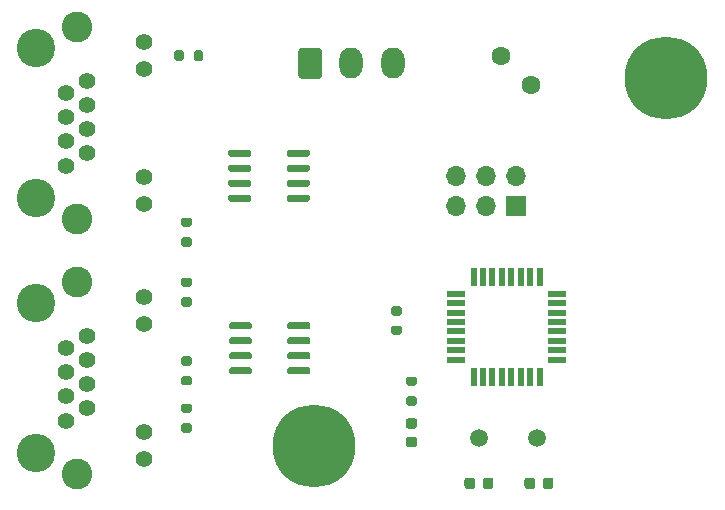
<source format=gts>
G04 #@! TF.GenerationSoftware,KiCad,Pcbnew,(5.1.9)-1*
G04 #@! TF.CreationDate,2021-06-09T23:11:38+02:00*
G04 #@! TF.ProjectId,controller,636f6e74-726f-46c6-9c65-722e6b696361,rev?*
G04 #@! TF.SameCoordinates,Original*
G04 #@! TF.FileFunction,Soldermask,Top*
G04 #@! TF.FilePolarity,Negative*
%FSLAX46Y46*%
G04 Gerber Fmt 4.6, Leading zero omitted, Abs format (unit mm)*
G04 Created by KiCad (PCBNEW (5.1.9)-1) date 2021-06-09 23:11:38*
%MOMM*%
%LPD*%
G01*
G04 APERTURE LIST*
%ADD10C,1.400000*%
%ADD11C,2.600000*%
%ADD12C,3.250000*%
%ADD13O,1.700000X1.700000*%
%ADD14R,1.700000X1.700000*%
%ADD15C,1.600000*%
%ADD16R,1.600000X0.550000*%
%ADD17R,0.550000X1.600000*%
%ADD18O,2.000000X2.600000*%
%ADD19C,0.800000*%
%ADD20C,7.000000*%
%ADD21C,1.500000*%
G04 APERTURE END LIST*
G36*
G01*
X119215000Y-100815000D02*
X119215000Y-101115000D01*
G75*
G02*
X119065000Y-101265000I-150000J0D01*
G01*
X117415000Y-101265000D01*
G75*
G02*
X117265000Y-101115000I0J150000D01*
G01*
X117265000Y-100815000D01*
G75*
G02*
X117415000Y-100665000I150000J0D01*
G01*
X119065000Y-100665000D01*
G75*
G02*
X119215000Y-100815000I0J-150000D01*
G01*
G37*
G36*
G01*
X119215000Y-99545000D02*
X119215000Y-99845000D01*
G75*
G02*
X119065000Y-99995000I-150000J0D01*
G01*
X117415000Y-99995000D01*
G75*
G02*
X117265000Y-99845000I0J150000D01*
G01*
X117265000Y-99545000D01*
G75*
G02*
X117415000Y-99395000I150000J0D01*
G01*
X119065000Y-99395000D01*
G75*
G02*
X119215000Y-99545000I0J-150000D01*
G01*
G37*
G36*
G01*
X119215000Y-98275000D02*
X119215000Y-98575000D01*
G75*
G02*
X119065000Y-98725000I-150000J0D01*
G01*
X117415000Y-98725000D01*
G75*
G02*
X117265000Y-98575000I0J150000D01*
G01*
X117265000Y-98275000D01*
G75*
G02*
X117415000Y-98125000I150000J0D01*
G01*
X119065000Y-98125000D01*
G75*
G02*
X119215000Y-98275000I0J-150000D01*
G01*
G37*
G36*
G01*
X119215000Y-97005000D02*
X119215000Y-97305000D01*
G75*
G02*
X119065000Y-97455000I-150000J0D01*
G01*
X117415000Y-97455000D01*
G75*
G02*
X117265000Y-97305000I0J150000D01*
G01*
X117265000Y-97005000D01*
G75*
G02*
X117415000Y-96855000I150000J0D01*
G01*
X119065000Y-96855000D01*
G75*
G02*
X119215000Y-97005000I0J-150000D01*
G01*
G37*
G36*
G01*
X124165000Y-97005000D02*
X124165000Y-97305000D01*
G75*
G02*
X124015000Y-97455000I-150000J0D01*
G01*
X122365000Y-97455000D01*
G75*
G02*
X122215000Y-97305000I0J150000D01*
G01*
X122215000Y-97005000D01*
G75*
G02*
X122365000Y-96855000I150000J0D01*
G01*
X124015000Y-96855000D01*
G75*
G02*
X124165000Y-97005000I0J-150000D01*
G01*
G37*
G36*
G01*
X124165000Y-98275000D02*
X124165000Y-98575000D01*
G75*
G02*
X124015000Y-98725000I-150000J0D01*
G01*
X122365000Y-98725000D01*
G75*
G02*
X122215000Y-98575000I0J150000D01*
G01*
X122215000Y-98275000D01*
G75*
G02*
X122365000Y-98125000I150000J0D01*
G01*
X124015000Y-98125000D01*
G75*
G02*
X124165000Y-98275000I0J-150000D01*
G01*
G37*
G36*
G01*
X124165000Y-99545000D02*
X124165000Y-99845000D01*
G75*
G02*
X124015000Y-99995000I-150000J0D01*
G01*
X122365000Y-99995000D01*
G75*
G02*
X122215000Y-99845000I0J150000D01*
G01*
X122215000Y-99545000D01*
G75*
G02*
X122365000Y-99395000I150000J0D01*
G01*
X124015000Y-99395000D01*
G75*
G02*
X124165000Y-99545000I0J-150000D01*
G01*
G37*
G36*
G01*
X124165000Y-100815000D02*
X124165000Y-101115000D01*
G75*
G02*
X124015000Y-101265000I-150000J0D01*
G01*
X122365000Y-101265000D01*
G75*
G02*
X122215000Y-101115000I0J150000D01*
G01*
X122215000Y-100815000D01*
G75*
G02*
X122365000Y-100665000I150000J0D01*
G01*
X124015000Y-100665000D01*
G75*
G02*
X124165000Y-100815000I0J-150000D01*
G01*
G37*
G36*
G01*
X119150000Y-86210000D02*
X119150000Y-86510000D01*
G75*
G02*
X119000000Y-86660000I-150000J0D01*
G01*
X117350000Y-86660000D01*
G75*
G02*
X117200000Y-86510000I0J150000D01*
G01*
X117200000Y-86210000D01*
G75*
G02*
X117350000Y-86060000I150000J0D01*
G01*
X119000000Y-86060000D01*
G75*
G02*
X119150000Y-86210000I0J-150000D01*
G01*
G37*
G36*
G01*
X119150000Y-84940000D02*
X119150000Y-85240000D01*
G75*
G02*
X119000000Y-85390000I-150000J0D01*
G01*
X117350000Y-85390000D01*
G75*
G02*
X117200000Y-85240000I0J150000D01*
G01*
X117200000Y-84940000D01*
G75*
G02*
X117350000Y-84790000I150000J0D01*
G01*
X119000000Y-84790000D01*
G75*
G02*
X119150000Y-84940000I0J-150000D01*
G01*
G37*
G36*
G01*
X119150000Y-83670000D02*
X119150000Y-83970000D01*
G75*
G02*
X119000000Y-84120000I-150000J0D01*
G01*
X117350000Y-84120000D01*
G75*
G02*
X117200000Y-83970000I0J150000D01*
G01*
X117200000Y-83670000D01*
G75*
G02*
X117350000Y-83520000I150000J0D01*
G01*
X119000000Y-83520000D01*
G75*
G02*
X119150000Y-83670000I0J-150000D01*
G01*
G37*
G36*
G01*
X119150000Y-82400000D02*
X119150000Y-82700000D01*
G75*
G02*
X119000000Y-82850000I-150000J0D01*
G01*
X117350000Y-82850000D01*
G75*
G02*
X117200000Y-82700000I0J150000D01*
G01*
X117200000Y-82400000D01*
G75*
G02*
X117350000Y-82250000I150000J0D01*
G01*
X119000000Y-82250000D01*
G75*
G02*
X119150000Y-82400000I0J-150000D01*
G01*
G37*
G36*
G01*
X124100000Y-82400000D02*
X124100000Y-82700000D01*
G75*
G02*
X123950000Y-82850000I-150000J0D01*
G01*
X122300000Y-82850000D01*
G75*
G02*
X122150000Y-82700000I0J150000D01*
G01*
X122150000Y-82400000D01*
G75*
G02*
X122300000Y-82250000I150000J0D01*
G01*
X123950000Y-82250000D01*
G75*
G02*
X124100000Y-82400000I0J-150000D01*
G01*
G37*
G36*
G01*
X124100000Y-83670000D02*
X124100000Y-83970000D01*
G75*
G02*
X123950000Y-84120000I-150000J0D01*
G01*
X122300000Y-84120000D01*
G75*
G02*
X122150000Y-83970000I0J150000D01*
G01*
X122150000Y-83670000D01*
G75*
G02*
X122300000Y-83520000I150000J0D01*
G01*
X123950000Y-83520000D01*
G75*
G02*
X124100000Y-83670000I0J-150000D01*
G01*
G37*
G36*
G01*
X124100000Y-84940000D02*
X124100000Y-85240000D01*
G75*
G02*
X123950000Y-85390000I-150000J0D01*
G01*
X122300000Y-85390000D01*
G75*
G02*
X122150000Y-85240000I0J150000D01*
G01*
X122150000Y-84940000D01*
G75*
G02*
X122300000Y-84790000I150000J0D01*
G01*
X123950000Y-84790000D01*
G75*
G02*
X124100000Y-84940000I0J-150000D01*
G01*
G37*
G36*
G01*
X124100000Y-86210000D02*
X124100000Y-86510000D01*
G75*
G02*
X123950000Y-86660000I-150000J0D01*
G01*
X122300000Y-86660000D01*
G75*
G02*
X122150000Y-86510000I0J150000D01*
G01*
X122150000Y-86210000D01*
G75*
G02*
X122300000Y-86060000I150000J0D01*
G01*
X123950000Y-86060000D01*
G75*
G02*
X124100000Y-86210000I0J-150000D01*
G01*
G37*
G36*
G01*
X113940000Y-88793000D02*
X113390000Y-88793000D01*
G75*
G02*
X113190000Y-88593000I0J200000D01*
G01*
X113190000Y-88193000D01*
G75*
G02*
X113390000Y-87993000I200000J0D01*
G01*
X113940000Y-87993000D01*
G75*
G02*
X114140000Y-88193000I0J-200000D01*
G01*
X114140000Y-88593000D01*
G75*
G02*
X113940000Y-88793000I-200000J0D01*
G01*
G37*
G36*
G01*
X113940000Y-90443000D02*
X113390000Y-90443000D01*
G75*
G02*
X113190000Y-90243000I0J200000D01*
G01*
X113190000Y-89843000D01*
G75*
G02*
X113390000Y-89643000I200000J0D01*
G01*
X113940000Y-89643000D01*
G75*
G02*
X114140000Y-89843000I0J-200000D01*
G01*
X114140000Y-90243000D01*
G75*
G02*
X113940000Y-90443000I-200000J0D01*
G01*
G37*
G36*
G01*
X113430000Y-74020000D02*
X113430000Y-74570000D01*
G75*
G02*
X113230000Y-74770000I-200000J0D01*
G01*
X112830000Y-74770000D01*
G75*
G02*
X112630000Y-74570000I0J200000D01*
G01*
X112630000Y-74020000D01*
G75*
G02*
X112830000Y-73820000I200000J0D01*
G01*
X113230000Y-73820000D01*
G75*
G02*
X113430000Y-74020000I0J-200000D01*
G01*
G37*
G36*
G01*
X115080000Y-74020000D02*
X115080000Y-74570000D01*
G75*
G02*
X114880000Y-74770000I-200000J0D01*
G01*
X114480000Y-74770000D01*
G75*
G02*
X114280000Y-74570000I0J200000D01*
G01*
X114280000Y-74020000D01*
G75*
G02*
X114480000Y-73820000I200000J0D01*
G01*
X114880000Y-73820000D01*
G75*
G02*
X115080000Y-74020000I0J-200000D01*
G01*
G37*
G36*
G01*
X113390000Y-105390000D02*
X113940000Y-105390000D01*
G75*
G02*
X114140000Y-105590000I0J-200000D01*
G01*
X114140000Y-105990000D01*
G75*
G02*
X113940000Y-106190000I-200000J0D01*
G01*
X113390000Y-106190000D01*
G75*
G02*
X113190000Y-105990000I0J200000D01*
G01*
X113190000Y-105590000D01*
G75*
G02*
X113390000Y-105390000I200000J0D01*
G01*
G37*
G36*
G01*
X113390000Y-103740000D02*
X113940000Y-103740000D01*
G75*
G02*
X114140000Y-103940000I0J-200000D01*
G01*
X114140000Y-104340000D01*
G75*
G02*
X113940000Y-104540000I-200000J0D01*
G01*
X113390000Y-104540000D01*
G75*
G02*
X113190000Y-104340000I0J200000D01*
G01*
X113190000Y-103940000D01*
G75*
G02*
X113390000Y-103740000I200000J0D01*
G01*
G37*
G36*
G01*
X113390000Y-94723000D02*
X113940000Y-94723000D01*
G75*
G02*
X114140000Y-94923000I0J-200000D01*
G01*
X114140000Y-95323000D01*
G75*
G02*
X113940000Y-95523000I-200000J0D01*
G01*
X113390000Y-95523000D01*
G75*
G02*
X113190000Y-95323000I0J200000D01*
G01*
X113190000Y-94923000D01*
G75*
G02*
X113390000Y-94723000I200000J0D01*
G01*
G37*
G36*
G01*
X113390000Y-93073000D02*
X113940000Y-93073000D01*
G75*
G02*
X114140000Y-93273000I0J-200000D01*
G01*
X114140000Y-93673000D01*
G75*
G02*
X113940000Y-93873000I-200000J0D01*
G01*
X113390000Y-93873000D01*
G75*
G02*
X113190000Y-93673000I0J200000D01*
G01*
X113190000Y-93273000D01*
G75*
G02*
X113390000Y-93073000I200000J0D01*
G01*
G37*
D10*
X110105000Y-73150000D03*
X110105000Y-75440000D03*
X110105000Y-84580000D03*
X110105000Y-86870000D03*
X105285000Y-76440000D03*
X103505000Y-77460000D03*
X105285000Y-78480000D03*
X103505000Y-79500000D03*
X105285000Y-80520000D03*
X103505000Y-81540000D03*
X105285000Y-82560000D03*
X103505000Y-83580000D03*
D11*
X104395000Y-88140000D03*
X104395000Y-71880000D03*
D12*
X100965000Y-86360000D03*
X100965000Y-73660000D03*
D10*
X110105000Y-94740000D03*
X110105000Y-97030000D03*
X110105000Y-106170000D03*
X110105000Y-108460000D03*
X105285000Y-98030000D03*
X103505000Y-99050000D03*
X105285000Y-100070000D03*
X103505000Y-101090000D03*
X105285000Y-102110000D03*
X103505000Y-103130000D03*
X105285000Y-104150000D03*
X103505000Y-105170000D03*
D11*
X104395000Y-109730000D03*
X104395000Y-93470000D03*
D12*
X100965000Y-107950000D03*
X100965000Y-95250000D03*
D13*
X136525000Y-84455000D03*
X136525000Y-86995000D03*
X139065000Y-84455000D03*
X139065000Y-86995000D03*
X141605000Y-84455000D03*
D14*
X141605000Y-86995000D03*
D15*
X142809874Y-76769874D03*
X140335000Y-74295000D03*
D16*
X136525000Y-100025000D03*
X136525000Y-99225000D03*
X136525000Y-98425000D03*
X136525000Y-97625000D03*
X136525000Y-96825000D03*
X136525000Y-96025000D03*
X136525000Y-95225000D03*
X136525000Y-94425000D03*
D17*
X137975000Y-92975000D03*
X138775000Y-92975000D03*
X139575000Y-92975000D03*
X140375000Y-92975000D03*
X141175000Y-92975000D03*
X141975000Y-92975000D03*
X142775000Y-92975000D03*
X143575000Y-92975000D03*
D16*
X145025000Y-94425000D03*
X145025000Y-95225000D03*
X145025000Y-96025000D03*
X145025000Y-96825000D03*
X145025000Y-97625000D03*
X145025000Y-98425000D03*
X145025000Y-99225000D03*
X145025000Y-100025000D03*
D17*
X143575000Y-101475000D03*
X142775000Y-101475000D03*
X141975000Y-101475000D03*
X141175000Y-101475000D03*
X140375000Y-101475000D03*
X139575000Y-101475000D03*
X138775000Y-101475000D03*
X137975000Y-101475000D03*
D18*
X131135000Y-74930000D03*
X127635000Y-74930000D03*
G36*
G01*
X123135000Y-75980000D02*
X123135000Y-73880000D01*
G75*
G02*
X123385000Y-73630000I250000J0D01*
G01*
X124885000Y-73630000D01*
G75*
G02*
X125135000Y-73880000I0J-250000D01*
G01*
X125135000Y-75980000D01*
G75*
G02*
X124885000Y-76230000I-250000J0D01*
G01*
X123385000Y-76230000D01*
G75*
G02*
X123135000Y-75980000I0J250000D01*
G01*
G37*
D19*
X156161155Y-78056155D03*
X154305000Y-78825000D03*
X152448845Y-78056155D03*
X151680000Y-76200000D03*
X152448845Y-74343845D03*
X154305000Y-73575000D03*
X156161155Y-74343845D03*
X156930000Y-76200000D03*
D20*
X154305000Y-76200000D03*
D19*
X126316155Y-105458845D03*
X124460000Y-104690000D03*
X122603845Y-105458845D03*
X121835000Y-107315000D03*
X122603845Y-109171155D03*
X124460000Y-109940000D03*
X126316155Y-109171155D03*
X127085000Y-107315000D03*
D20*
X124460000Y-107315000D03*
D21*
X143310000Y-106680000D03*
X138430000Y-106680000D03*
G36*
G01*
X132990000Y-102255000D02*
X132440000Y-102255000D01*
G75*
G02*
X132240000Y-102055000I0J200000D01*
G01*
X132240000Y-101655000D01*
G75*
G02*
X132440000Y-101455000I200000J0D01*
G01*
X132990000Y-101455000D01*
G75*
G02*
X133190000Y-101655000I0J-200000D01*
G01*
X133190000Y-102055000D01*
G75*
G02*
X132990000Y-102255000I-200000J0D01*
G01*
G37*
G36*
G01*
X132990000Y-103905000D02*
X132440000Y-103905000D01*
G75*
G02*
X132240000Y-103705000I0J200000D01*
G01*
X132240000Y-103305000D01*
G75*
G02*
X132440000Y-103105000I200000J0D01*
G01*
X132990000Y-103105000D01*
G75*
G02*
X133190000Y-103305000I0J-200000D01*
G01*
X133190000Y-103705000D01*
G75*
G02*
X132990000Y-103905000I-200000J0D01*
G01*
G37*
G36*
G01*
X132971250Y-105847500D02*
X132458750Y-105847500D01*
G75*
G02*
X132240000Y-105628750I0J218750D01*
G01*
X132240000Y-105191250D01*
G75*
G02*
X132458750Y-104972500I218750J0D01*
G01*
X132971250Y-104972500D01*
G75*
G02*
X133190000Y-105191250I0J-218750D01*
G01*
X133190000Y-105628750D01*
G75*
G02*
X132971250Y-105847500I-218750J0D01*
G01*
G37*
G36*
G01*
X132971250Y-107422500D02*
X132458750Y-107422500D01*
G75*
G02*
X132240000Y-107203750I0J218750D01*
G01*
X132240000Y-106766250D01*
G75*
G02*
X132458750Y-106547500I218750J0D01*
G01*
X132971250Y-106547500D01*
G75*
G02*
X133190000Y-106766250I0J-218750D01*
G01*
X133190000Y-107203750D01*
G75*
G02*
X132971250Y-107422500I-218750J0D01*
G01*
G37*
G36*
G01*
X131720000Y-96285000D02*
X131170000Y-96285000D01*
G75*
G02*
X130970000Y-96085000I0J200000D01*
G01*
X130970000Y-95685000D01*
G75*
G02*
X131170000Y-95485000I200000J0D01*
G01*
X131720000Y-95485000D01*
G75*
G02*
X131920000Y-95685000I0J-200000D01*
G01*
X131920000Y-96085000D01*
G75*
G02*
X131720000Y-96285000I-200000J0D01*
G01*
G37*
G36*
G01*
X131720000Y-97935000D02*
X131170000Y-97935000D01*
G75*
G02*
X130970000Y-97735000I0J200000D01*
G01*
X130970000Y-97335000D01*
G75*
G02*
X131170000Y-97135000I200000J0D01*
G01*
X131720000Y-97135000D01*
G75*
G02*
X131920000Y-97335000I0J-200000D01*
G01*
X131920000Y-97735000D01*
G75*
G02*
X131720000Y-97935000I-200000J0D01*
G01*
G37*
G36*
G01*
X113940000Y-100540000D02*
X113390000Y-100540000D01*
G75*
G02*
X113190000Y-100340000I0J200000D01*
G01*
X113190000Y-99940000D01*
G75*
G02*
X113390000Y-99740000I200000J0D01*
G01*
X113940000Y-99740000D01*
G75*
G02*
X114140000Y-99940000I0J-200000D01*
G01*
X114140000Y-100340000D01*
G75*
G02*
X113940000Y-100540000I-200000J0D01*
G01*
G37*
G36*
G01*
X113940000Y-102190000D02*
X113390000Y-102190000D01*
G75*
G02*
X113190000Y-101990000I0J200000D01*
G01*
X113190000Y-101590000D01*
G75*
G02*
X113390000Y-101390000I200000J0D01*
G01*
X113940000Y-101390000D01*
G75*
G02*
X114140000Y-101590000I0J-200000D01*
G01*
X114140000Y-101990000D01*
G75*
G02*
X113940000Y-102190000I-200000J0D01*
G01*
G37*
G36*
G01*
X143835000Y-110740000D02*
X143835000Y-110240000D01*
G75*
G02*
X144060000Y-110015000I225000J0D01*
G01*
X144510000Y-110015000D01*
G75*
G02*
X144735000Y-110240000I0J-225000D01*
G01*
X144735000Y-110740000D01*
G75*
G02*
X144510000Y-110965000I-225000J0D01*
G01*
X144060000Y-110965000D01*
G75*
G02*
X143835000Y-110740000I0J225000D01*
G01*
G37*
G36*
G01*
X142285000Y-110740000D02*
X142285000Y-110240000D01*
G75*
G02*
X142510000Y-110015000I225000J0D01*
G01*
X142960000Y-110015000D01*
G75*
G02*
X143185000Y-110240000I0J-225000D01*
G01*
X143185000Y-110740000D01*
G75*
G02*
X142960000Y-110965000I-225000J0D01*
G01*
X142510000Y-110965000D01*
G75*
G02*
X142285000Y-110740000I0J225000D01*
G01*
G37*
G36*
G01*
X138755000Y-110740000D02*
X138755000Y-110240000D01*
G75*
G02*
X138980000Y-110015000I225000J0D01*
G01*
X139430000Y-110015000D01*
G75*
G02*
X139655000Y-110240000I0J-225000D01*
G01*
X139655000Y-110740000D01*
G75*
G02*
X139430000Y-110965000I-225000J0D01*
G01*
X138980000Y-110965000D01*
G75*
G02*
X138755000Y-110740000I0J225000D01*
G01*
G37*
G36*
G01*
X137205000Y-110740000D02*
X137205000Y-110240000D01*
G75*
G02*
X137430000Y-110015000I225000J0D01*
G01*
X137880000Y-110015000D01*
G75*
G02*
X138105000Y-110240000I0J-225000D01*
G01*
X138105000Y-110740000D01*
G75*
G02*
X137880000Y-110965000I-225000J0D01*
G01*
X137430000Y-110965000D01*
G75*
G02*
X137205000Y-110740000I0J225000D01*
G01*
G37*
M02*

</source>
